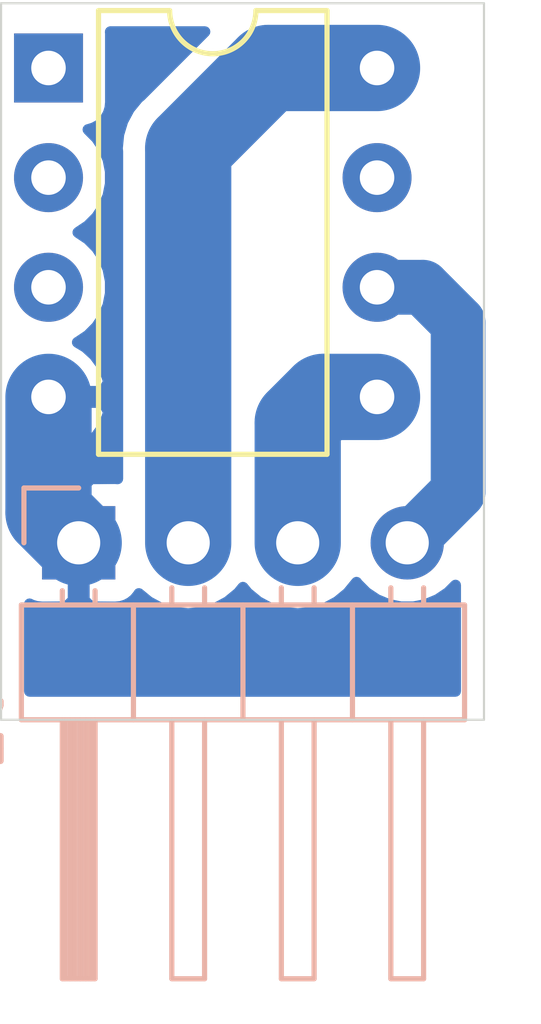
<source format=kicad_pcb>
(kicad_pcb (version 20171130) (host pcbnew 5.1.12-84ad8e8a86~92~ubuntu20.04.1)

  (general
    (thickness 1.6)
    (drawings 4)
    (tracks 12)
    (zones 0)
    (modules 2)
    (nets 9)
  )

  (page A4)
  (layers
    (0 F.Cu signal)
    (31 B.Cu signal)
    (32 B.Adhes user hide)
    (33 F.Adhes user hide)
    (34 B.Paste user hide)
    (35 F.Paste user hide)
    (36 B.SilkS user hide)
    (37 F.SilkS user hide)
    (38 B.Mask user hide)
    (39 F.Mask user hide)
    (40 Dwgs.User user hide)
    (41 Cmts.User user hide)
    (42 Eco1.User user hide)
    (43 Eco2.User user hide)
    (44 Edge.Cuts user)
    (45 Margin user)
    (46 B.CrtYd user)
    (47 F.CrtYd user)
    (48 B.Fab user)
    (49 F.Fab user)
  )

  (setup
    (last_trace_width 0.25)
    (user_trace_width 1.27)
    (user_trace_width 1.5)
    (user_trace_width 2)
    (trace_clearance 0.2)
    (zone_clearance 0.508)
    (zone_45_only no)
    (trace_min 0.2)
    (via_size 0.8)
    (via_drill 0.4)
    (via_min_size 0.4)
    (via_min_drill 0.3)
    (uvia_size 0.3)
    (uvia_drill 0.1)
    (uvias_allowed no)
    (uvia_min_size 0.2)
    (uvia_min_drill 0.1)
    (edge_width 0.05)
    (segment_width 0.2)
    (pcb_text_width 0.3)
    (pcb_text_size 1.5 1.5)
    (mod_edge_width 0.12)
    (mod_text_size 1 1)
    (mod_text_width 0.15)
    (pad_size 1.524 1.524)
    (pad_drill 0.762)
    (pad_to_mask_clearance 0)
    (aux_axis_origin 0 0)
    (grid_origin 129.5 85.4)
    (visible_elements FFFFFF7F)
    (pcbplotparams
      (layerselection 0x010fc_ffffffff)
      (usegerberextensions false)
      (usegerberattributes true)
      (usegerberadvancedattributes true)
      (creategerberjobfile true)
      (excludeedgelayer true)
      (linewidth 0.100000)
      (plotframeref false)
      (viasonmask false)
      (mode 1)
      (useauxorigin false)
      (hpglpennumber 1)
      (hpglpenspeed 20)
      (hpglpendiameter 15.000000)
      (psnegative false)
      (psa4output false)
      (plotreference true)
      (plotvalue true)
      (plotinvisibletext false)
      (padsonsilk false)
      (subtractmaskfromsilk false)
      (outputformat 1)
      (mirror false)
      (drillshape 1)
      (scaleselection 1)
      (outputdirectory ""))
  )

  (net 0 "")
  (net 1 /SCL)
  (net 2 /SDA)
  (net 3 /VCC)
  (net 4 /GND)
  (net 5 "Net-(U1-Pad7)")
  (net 6 "Net-(U1-Pad3)")
  (net 7 "Net-(U1-Pad2)")
  (net 8 "Net-(U1-Pad1)")

  (net_class Default "This is the default net class."
    (clearance 0.2)
    (trace_width 0.25)
    (via_dia 0.8)
    (via_drill 0.4)
    (uvia_dia 0.3)
    (uvia_drill 0.1)
    (add_net /GND)
    (add_net /SCL)
    (add_net /SDA)
    (add_net /VCC)
    (add_net "Net-(U1-Pad1)")
    (add_net "Net-(U1-Pad2)")
    (add_net "Net-(U1-Pad3)")
    (add_net "Net-(U1-Pad7)")
  )

  (module Package_DIP:DIP-8_W7.62mm (layer F.Cu) (tedit 5A02E8C5) (tstamp 6272C50A)
    (at 130.6 72.9)
    (descr "8-lead though-hole mounted DIP package, row spacing 7.62 mm (300 mils)")
    (tags "THT DIP DIL PDIP 2.54mm 7.62mm 300mil")
    (path /6272687C)
    (fp_text reference U1 (at 3.81 -2.33) (layer F.SilkS)
      (effects (font (size 1 1) (thickness 0.15)))
    )
    (fp_text value 24LC02 (at 3.81 9.95) (layer F.Fab)
      (effects (font (size 1 1) (thickness 0.15)))
    )
    (fp_text user %R (at 3.81 3.81) (layer F.Fab)
      (effects (font (size 1 1) (thickness 0.15)))
    )
    (fp_arc (start 3.81 -1.33) (end 2.81 -1.33) (angle -180) (layer F.SilkS) (width 0.12))
    (fp_line (start 1.635 -1.27) (end 6.985 -1.27) (layer F.Fab) (width 0.1))
    (fp_line (start 6.985 -1.27) (end 6.985 8.89) (layer F.Fab) (width 0.1))
    (fp_line (start 6.985 8.89) (end 0.635 8.89) (layer F.Fab) (width 0.1))
    (fp_line (start 0.635 8.89) (end 0.635 -0.27) (layer F.Fab) (width 0.1))
    (fp_line (start 0.635 -0.27) (end 1.635 -1.27) (layer F.Fab) (width 0.1))
    (fp_line (start 2.81 -1.33) (end 1.16 -1.33) (layer F.SilkS) (width 0.12))
    (fp_line (start 1.16 -1.33) (end 1.16 8.95) (layer F.SilkS) (width 0.12))
    (fp_line (start 1.16 8.95) (end 6.46 8.95) (layer F.SilkS) (width 0.12))
    (fp_line (start 6.46 8.95) (end 6.46 -1.33) (layer F.SilkS) (width 0.12))
    (fp_line (start 6.46 -1.33) (end 4.81 -1.33) (layer F.SilkS) (width 0.12))
    (fp_line (start -1.1 -1.55) (end -1.1 9.15) (layer F.CrtYd) (width 0.05))
    (fp_line (start -1.1 9.15) (end 8.7 9.15) (layer F.CrtYd) (width 0.05))
    (fp_line (start 8.7 9.15) (end 8.7 -1.55) (layer F.CrtYd) (width 0.05))
    (fp_line (start 8.7 -1.55) (end -1.1 -1.55) (layer F.CrtYd) (width 0.05))
    (pad 8 thru_hole oval (at 7.62 0) (size 1.6 1.6) (drill 0.8) (layers *.Cu *.Mask)
      (net 3 /VCC))
    (pad 4 thru_hole oval (at 0 7.62) (size 1.6 1.6) (drill 0.8) (layers *.Cu *.Mask)
      (net 4 /GND))
    (pad 7 thru_hole oval (at 7.62 2.54) (size 1.6 1.6) (drill 0.8) (layers *.Cu *.Mask)
      (net 5 "Net-(U1-Pad7)"))
    (pad 3 thru_hole oval (at 0 5.08) (size 1.6 1.6) (drill 0.8) (layers *.Cu *.Mask)
      (net 6 "Net-(U1-Pad3)"))
    (pad 6 thru_hole oval (at 7.62 5.08) (size 1.6 1.6) (drill 0.8) (layers *.Cu *.Mask)
      (net 1 /SCL))
    (pad 2 thru_hole oval (at 0 2.54) (size 1.6 1.6) (drill 0.8) (layers *.Cu *.Mask)
      (net 7 "Net-(U1-Pad2)"))
    (pad 5 thru_hole oval (at 7.62 7.62) (size 1.6 1.6) (drill 0.8) (layers *.Cu *.Mask)
      (net 2 /SDA))
    (pad 1 thru_hole rect (at 0 0) (size 1.6 1.6) (drill 0.8) (layers *.Cu *.Mask)
      (net 8 "Net-(U1-Pad1)"))
    (model ${KISYS3DMOD}/Package_DIP.3dshapes/DIP-8_W7.62mm.wrl
      (at (xyz 0 0 0))
      (scale (xyz 1 1 1))
      (rotate (xyz 0 0 0))
    )
  )

  (module Connector_PinHeader_2.54mm:PinHeader_1x04_P2.54mm_Horizontal (layer B.Cu) (tedit 59FED5CB) (tstamp 6272BF50)
    (at 131.3 83.9 270)
    (descr "Through hole angled pin header, 1x04, 2.54mm pitch, 6mm pin length, single row")
    (tags "Through hole angled pin header THT 1x04 2.54mm single row")
    (path /62729011)
    (fp_text reference J1 (at 4.385 2.27 270) (layer B.SilkS)
      (effects (font (size 1 1) (thickness 0.15)) (justify mirror))
    )
    (fp_text value Conn_01x04_Male (at 4.385 -9.89 270) (layer B.Fab)
      (effects (font (size 1 1) (thickness 0.15)) (justify mirror))
    )
    (fp_text user %R (at 2.77 -3.81) (layer B.Fab)
      (effects (font (size 1 1) (thickness 0.15)) (justify mirror))
    )
    (fp_line (start 2.135 1.27) (end 4.04 1.27) (layer B.Fab) (width 0.1))
    (fp_line (start 4.04 1.27) (end 4.04 -8.89) (layer B.Fab) (width 0.1))
    (fp_line (start 4.04 -8.89) (end 1.5 -8.89) (layer B.Fab) (width 0.1))
    (fp_line (start 1.5 -8.89) (end 1.5 0.635) (layer B.Fab) (width 0.1))
    (fp_line (start 1.5 0.635) (end 2.135 1.27) (layer B.Fab) (width 0.1))
    (fp_line (start -0.32 0.32) (end 1.5 0.32) (layer B.Fab) (width 0.1))
    (fp_line (start -0.32 0.32) (end -0.32 -0.32) (layer B.Fab) (width 0.1))
    (fp_line (start -0.32 -0.32) (end 1.5 -0.32) (layer B.Fab) (width 0.1))
    (fp_line (start 4.04 0.32) (end 10.04 0.32) (layer B.Fab) (width 0.1))
    (fp_line (start 10.04 0.32) (end 10.04 -0.32) (layer B.Fab) (width 0.1))
    (fp_line (start 4.04 -0.32) (end 10.04 -0.32) (layer B.Fab) (width 0.1))
    (fp_line (start -0.32 -2.22) (end 1.5 -2.22) (layer B.Fab) (width 0.1))
    (fp_line (start -0.32 -2.22) (end -0.32 -2.86) (layer B.Fab) (width 0.1))
    (fp_line (start -0.32 -2.86) (end 1.5 -2.86) (layer B.Fab) (width 0.1))
    (fp_line (start 4.04 -2.22) (end 10.04 -2.22) (layer B.Fab) (width 0.1))
    (fp_line (start 10.04 -2.22) (end 10.04 -2.86) (layer B.Fab) (width 0.1))
    (fp_line (start 4.04 -2.86) (end 10.04 -2.86) (layer B.Fab) (width 0.1))
    (fp_line (start -0.32 -4.76) (end 1.5 -4.76) (layer B.Fab) (width 0.1))
    (fp_line (start -0.32 -4.76) (end -0.32 -5.4) (layer B.Fab) (width 0.1))
    (fp_line (start -0.32 -5.4) (end 1.5 -5.4) (layer B.Fab) (width 0.1))
    (fp_line (start 4.04 -4.76) (end 10.04 -4.76) (layer B.Fab) (width 0.1))
    (fp_line (start 10.04 -4.76) (end 10.04 -5.4) (layer B.Fab) (width 0.1))
    (fp_line (start 4.04 -5.4) (end 10.04 -5.4) (layer B.Fab) (width 0.1))
    (fp_line (start -0.32 -7.3) (end 1.5 -7.3) (layer B.Fab) (width 0.1))
    (fp_line (start -0.32 -7.3) (end -0.32 -7.94) (layer B.Fab) (width 0.1))
    (fp_line (start -0.32 -7.94) (end 1.5 -7.94) (layer B.Fab) (width 0.1))
    (fp_line (start 4.04 -7.3) (end 10.04 -7.3) (layer B.Fab) (width 0.1))
    (fp_line (start 10.04 -7.3) (end 10.04 -7.94) (layer B.Fab) (width 0.1))
    (fp_line (start 4.04 -7.94) (end 10.04 -7.94) (layer B.Fab) (width 0.1))
    (fp_line (start 1.44 1.33) (end 1.44 -8.95) (layer B.SilkS) (width 0.12))
    (fp_line (start 1.44 -8.95) (end 4.1 -8.95) (layer B.SilkS) (width 0.12))
    (fp_line (start 4.1 -8.95) (end 4.1 1.33) (layer B.SilkS) (width 0.12))
    (fp_line (start 4.1 1.33) (end 1.44 1.33) (layer B.SilkS) (width 0.12))
    (fp_line (start 4.1 0.38) (end 10.1 0.38) (layer B.SilkS) (width 0.12))
    (fp_line (start 10.1 0.38) (end 10.1 -0.38) (layer B.SilkS) (width 0.12))
    (fp_line (start 10.1 -0.38) (end 4.1 -0.38) (layer B.SilkS) (width 0.12))
    (fp_line (start 4.1 0.32) (end 10.1 0.32) (layer B.SilkS) (width 0.12))
    (fp_line (start 4.1 0.2) (end 10.1 0.2) (layer B.SilkS) (width 0.12))
    (fp_line (start 4.1 0.08) (end 10.1 0.08) (layer B.SilkS) (width 0.12))
    (fp_line (start 4.1 -0.04) (end 10.1 -0.04) (layer B.SilkS) (width 0.12))
    (fp_line (start 4.1 -0.16) (end 10.1 -0.16) (layer B.SilkS) (width 0.12))
    (fp_line (start 4.1 -0.28) (end 10.1 -0.28) (layer B.SilkS) (width 0.12))
    (fp_line (start 1.11 0.38) (end 1.44 0.38) (layer B.SilkS) (width 0.12))
    (fp_line (start 1.11 -0.38) (end 1.44 -0.38) (layer B.SilkS) (width 0.12))
    (fp_line (start 1.44 -1.27) (end 4.1 -1.27) (layer B.SilkS) (width 0.12))
    (fp_line (start 4.1 -2.16) (end 10.1 -2.16) (layer B.SilkS) (width 0.12))
    (fp_line (start 10.1 -2.16) (end 10.1 -2.92) (layer B.SilkS) (width 0.12))
    (fp_line (start 10.1 -2.92) (end 4.1 -2.92) (layer B.SilkS) (width 0.12))
    (fp_line (start 1.042929 -2.16) (end 1.44 -2.16) (layer B.SilkS) (width 0.12))
    (fp_line (start 1.042929 -2.92) (end 1.44 -2.92) (layer B.SilkS) (width 0.12))
    (fp_line (start 1.44 -3.81) (end 4.1 -3.81) (layer B.SilkS) (width 0.12))
    (fp_line (start 4.1 -4.7) (end 10.1 -4.7) (layer B.SilkS) (width 0.12))
    (fp_line (start 10.1 -4.7) (end 10.1 -5.46) (layer B.SilkS) (width 0.12))
    (fp_line (start 10.1 -5.46) (end 4.1 -5.46) (layer B.SilkS) (width 0.12))
    (fp_line (start 1.042929 -4.7) (end 1.44 -4.7) (layer B.SilkS) (width 0.12))
    (fp_line (start 1.042929 -5.46) (end 1.44 -5.46) (layer B.SilkS) (width 0.12))
    (fp_line (start 1.44 -6.35) (end 4.1 -6.35) (layer B.SilkS) (width 0.12))
    (fp_line (start 4.1 -7.24) (end 10.1 -7.24) (layer B.SilkS) (width 0.12))
    (fp_line (start 10.1 -7.24) (end 10.1 -8) (layer B.SilkS) (width 0.12))
    (fp_line (start 10.1 -8) (end 4.1 -8) (layer B.SilkS) (width 0.12))
    (fp_line (start 1.042929 -7.24) (end 1.44 -7.24) (layer B.SilkS) (width 0.12))
    (fp_line (start 1.042929 -8) (end 1.44 -8) (layer B.SilkS) (width 0.12))
    (fp_line (start -1.27 0) (end -1.27 1.27) (layer B.SilkS) (width 0.12))
    (fp_line (start -1.27 1.27) (end 0 1.27) (layer B.SilkS) (width 0.12))
    (fp_line (start -1.8 1.8) (end -1.8 -9.4) (layer B.CrtYd) (width 0.05))
    (fp_line (start -1.8 -9.4) (end 10.55 -9.4) (layer B.CrtYd) (width 0.05))
    (fp_line (start 10.55 -9.4) (end 10.55 1.8) (layer B.CrtYd) (width 0.05))
    (fp_line (start 10.55 1.8) (end -1.8 1.8) (layer B.CrtYd) (width 0.05))
    (pad 4 thru_hole oval (at 0 -7.62 270) (size 1.7 1.7) (drill 1) (layers *.Cu *.Mask)
      (net 1 /SCL))
    (pad 3 thru_hole oval (at 0 -5.08 270) (size 1.7 1.7) (drill 1) (layers *.Cu *.Mask)
      (net 2 /SDA))
    (pad 2 thru_hole oval (at 0 -2.54 270) (size 1.7 1.7) (drill 1) (layers *.Cu *.Mask)
      (net 3 /VCC))
    (pad 1 thru_hole rect (at 0 0 270) (size 1.7 1.7) (drill 1) (layers *.Cu *.Mask)
      (net 4 /GND))
    (model ${KISYS3DMOD}/Connector_PinHeader_2.54mm.3dshapes/PinHeader_1x04_P2.54mm_Horizontal.wrl
      (at (xyz 0 0 0))
      (scale (xyz 1 1 1))
      (rotate (xyz 0 0 0))
    )
  )

  (gr_line (start 129.5 88) (end 129.5 71.4) (layer Edge.Cuts) (width 0.05) (tstamp 6272CCB9))
  (gr_line (start 140.7 88) (end 140.7 71.4) (layer Edge.Cuts) (width 0.05) (tstamp 6272CCB8))
  (gr_line (start 140.7 71.4) (end 129.5 71.4) (layer Edge.Cuts) (width 0.05))
  (gr_line (start 129.5 88) (end 140.7 88) (layer Edge.Cuts) (width 0.05))

  (segment (start 138.22 77.98) (end 139.28 77.98) (width 1.27) (layer B.Cu) (net 1))
  (segment (start 139.28 77.98) (end 140.1 78.8) (width 1.27) (layer B.Cu) (net 1))
  (segment (start 140.1 82.72) (end 138.92 83.9) (width 1.27) (layer B.Cu) (net 1))
  (segment (start 140.1 78.8) (end 140.1 82.72) (width 1.27) (layer B.Cu) (net 1))
  (segment (start 136.38 83.9) (end 136.38 81.12) (width 2) (layer B.Cu) (net 2))
  (segment (start 136.98 80.52) (end 138.22 80.52) (width 2) (layer B.Cu) (net 2))
  (segment (start 136.38 81.12) (end 136.98 80.52) (width 2) (layer B.Cu) (net 2))
  (segment (start 133.84 83.9) (end 133.84 74.76) (width 2) (layer B.Cu) (net 3))
  (segment (start 135.7 72.9) (end 138.22 72.9) (width 2) (layer B.Cu) (net 3))
  (segment (start 133.84 74.76) (end 135.7 72.9) (width 2) (layer B.Cu) (net 3))
  (segment (start 130.6 83.2) (end 131.3 83.9) (width 2) (layer B.Cu) (net 4))
  (segment (start 130.6 80.52) (end 130.6 83.2) (width 2) (layer B.Cu) (net 4))

  (zone (net 4) (net_name /GND) (layer B.Cu) (tstamp 0) (hatch edge 0.508)
    (connect_pads (clearance 0.508))
    (min_thickness 0.254)
    (fill yes (arc_segments 32) (thermal_gap 0.508) (thermal_bridge_width 0.508))
    (polygon
      (pts
        (xy 140.7 88) (xy 129.5 88) (xy 129.5 71.4) (xy 140.7 71.4)
      )
    )
    (filled_polygon
      (pts
        (xy 132.740682 73.54708) (xy 132.678287 73.598286) (xy 132.47397 73.847248) (xy 132.322148 74.131286) (xy 132.228658 74.439484)
        (xy 132.197089 74.76) (xy 132.205001 74.840329) (xy 132.205 82.417345) (xy 132.15 82.411928) (xy 131.58575 82.415)
        (xy 131.427 82.57375) (xy 131.427 83.773) (xy 131.447 83.773) (xy 131.447 84.027) (xy 131.427 84.027)
        (xy 131.427 85.22625) (xy 131.58575 85.385) (xy 132.15 85.388072) (xy 132.274482 85.375812) (xy 132.39418 85.339502)
        (xy 132.504494 85.280537) (xy 132.601185 85.201185) (xy 132.680537 85.104494) (xy 132.695745 85.076042) (xy 132.927248 85.266031)
        (xy 133.211285 85.417852) (xy 133.519484 85.511343) (xy 133.84 85.542911) (xy 134.160515 85.511343) (xy 134.468714 85.417852)
        (xy 134.752751 85.266031) (xy 135.001714 85.061714) (xy 135.11 84.929766) (xy 135.218286 85.061714) (xy 135.467248 85.266031)
        (xy 135.751285 85.417852) (xy 136.059484 85.511343) (xy 136.38 85.542911) (xy 136.700515 85.511343) (xy 137.008714 85.417852)
        (xy 137.292751 85.266031) (xy 137.541714 85.061714) (xy 137.744849 84.814192) (xy 137.766525 84.846632) (xy 137.973368 85.053475)
        (xy 138.216589 85.21599) (xy 138.486842 85.327932) (xy 138.77374 85.385) (xy 139.06626 85.385) (xy 139.353158 85.327932)
        (xy 139.623411 85.21599) (xy 139.866632 85.053475) (xy 140.04 84.880107) (xy 140.04 87.34) (xy 130.16 87.34)
        (xy 130.16 85.31501) (xy 130.20582 85.339502) (xy 130.325518 85.375812) (xy 130.45 85.388072) (xy 131.01425 85.385)
        (xy 131.173 85.22625) (xy 131.173 84.027) (xy 131.153 84.027) (xy 131.153 83.773) (xy 131.173 83.773)
        (xy 131.173 82.57375) (xy 131.01425 82.415) (xy 130.45 82.411928) (xy 130.325518 82.424188) (xy 130.20582 82.460498)
        (xy 130.16 82.48499) (xy 130.16 81.879336) (xy 130.25096 81.911909) (xy 130.473 81.790624) (xy 130.473 80.647)
        (xy 130.727 80.647) (xy 130.727 81.790624) (xy 130.94904 81.911909) (xy 131.213881 81.81707) (xy 131.455131 81.672385)
        (xy 131.663519 81.483414) (xy 131.831037 81.25742) (xy 131.951246 81.003087) (xy 131.991904 80.869039) (xy 131.869915 80.647)
        (xy 130.727 80.647) (xy 130.473 80.647) (xy 130.453 80.647) (xy 130.453 80.393) (xy 130.473 80.393)
        (xy 130.473 80.373) (xy 130.727 80.373) (xy 130.727 80.393) (xy 131.869915 80.393) (xy 131.991904 80.170961)
        (xy 131.951246 80.036913) (xy 131.831037 79.78258) (xy 131.663519 79.556586) (xy 131.455131 79.367615) (xy 131.269135 79.256067)
        (xy 131.279727 79.25168) (xy 131.514759 79.094637) (xy 131.714637 78.894759) (xy 131.87168 78.659727) (xy 131.979853 78.398574)
        (xy 132.035 78.121335) (xy 132.035 77.838665) (xy 131.979853 77.561426) (xy 131.87168 77.300273) (xy 131.714637 77.065241)
        (xy 131.514759 76.865363) (xy 131.282241 76.71) (xy 131.514759 76.554637) (xy 131.714637 76.354759) (xy 131.87168 76.119727)
        (xy 131.979853 75.858574) (xy 132.035 75.581335) (xy 132.035 75.298665) (xy 131.979853 75.021426) (xy 131.87168 74.760273)
        (xy 131.714637 74.525241) (xy 131.516039 74.326643) (xy 131.524482 74.325812) (xy 131.64418 74.289502) (xy 131.754494 74.230537)
        (xy 131.851185 74.151185) (xy 131.930537 74.054494) (xy 131.989502 73.94418) (xy 132.025812 73.824482) (xy 132.038072 73.7)
        (xy 132.038072 72.1) (xy 132.034132 72.06) (xy 134.227761 72.06)
      )
    )
  )
)

</source>
